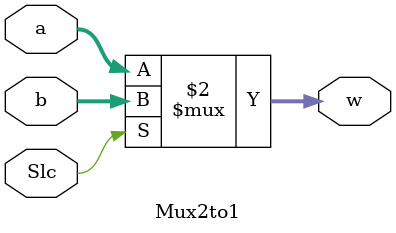
<source format=v>
module Mux2to1(input Slc, 
			   input[31:0] a, b, 
			   output[31:0] w
			   );
      
    assign w = ~Slc ? a : b;

endmodule

</source>
